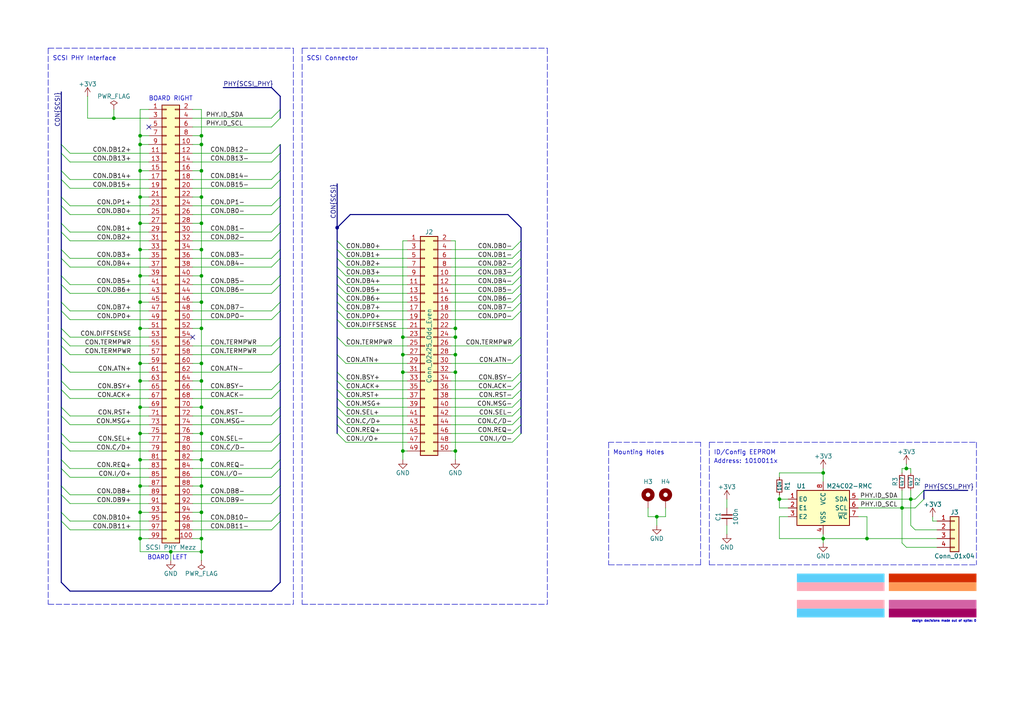
<source format=kicad_sch>
(kicad_sch (version 20250114) (generator "eeschema") (generator_version "9.0")
  (paper "A4")
  (title_block (title "Squishy -  SCSI HVD IDC 50 Connector Module") (date "2024-09-17") (rev "1") (company "Shrine Maiden Heavy Industries") (comment 1 "License:  CERN-OHL-S") (comment 2 "© 2024 Aki 'lethalbit' Van Ness, et. al.") (comment 4 "Squishy - SCSI Multitool"))
  (bus_alias "SCSI" (members "DB0+" "DB0-" "DB1+" "DB1-" "DB2+" "DB2-" "DB3+" "DB3-" "DB4+" "DB4-" "DB5+" "DB5-" "DB6+" "DB6-" "DB7+" "DB7-" "DB8+" "DB8-" "DB9+" "DB9-" "DB10+" "DB10-" "DB11+" "DB11-" "DB12+" "DB12-" "DB13+" "DB13-" "DB14+" "DB14-" "DB15+" "DB15-" "DP0+" "DP0-" "DP1+" "DP1-" "ATN+" "ATN-" "BSY+" "BSY-" "ACK+" "ACK-" "RST+" "RST-" "MSG+" "MSG-" "SEL+" "SEL-" "C/D+" "C/D-" "REQ+" "REQ-" "I/O+" "I/O-" "DIFFSENSE" "TERMPWR"))
  (bus_alias "SCSI_PHY" (members "DB[0..15]" "DP[0..1]" "ATN" "BSY" "ACK" "RST" "MSG" "SEL" "C/D" "REQ" "I/O" "ID_SDA" "ID_SCL" "~{PHY_PRSNT}" "TERMPW_EN" "LS_CTRL[0..5]" "DBL_DIR" "DBH_DIR" "INIT_DIR" "TRGT_DIR" "SEL_DIR" "RST_DIR" "BSY_DIR"))
  (text "Address: 1010011x" (at 207.01 133.858 0) (effects (font (size 1.27 1.27)) (justify left)))
  (text "Mounting Holes\n" (at 177.8 132.08 0) (effects (font (size 1.27 1.27)) (justify left bottom)))
  (text "BOARD RIGHT" (at 49.53 28.702 0) (effects (font (size 1.27 1.27))))
  (text "SCSI Connector" (at 88.9 17.78 0) (effects (font (size 1.27 1.27)) (justify left bottom)))
  (text "BOARD LEFT" (at 48.514 161.798 0) (effects (font (size 1.27 1.27))))
  (text "ID/Config EEPROM" (at 207.01 132.08 0) (effects (font (size 1.27 1.27)) (justify left bottom)))
  (text "SCSI PHY Interface" (at 15.24 17.78 0) (effects (font (size 1.27 1.27)) (justify left bottom)))
  (text "design decisions made out of spite: 0" (at 264.414 180.594 0) (effects (font (size 0.635 0.635)) (justify left bottom)))
  (junction (at 40.64 87.63))
  (junction (at 40.64 41.91))
  (junction (at 226.06 144.78))
  (junction (at 40.64 133.35))
  (junction (at 58.42 80.01))
  (junction (at 132.08 97.79))
  (junction (at 132.08 95.25))
  (junction (at 238.76 137.16))
  (junction (at 58.42 64.77))
  (junction (at 58.42 118.11))
  (junction (at 40.64 110.49))
  (junction (at 40.64 148.59))
  (junction (at 58.42 41.91))
  (junction (at 58.42 133.35))
  (junction (at 132.08 102.87))
  (junction (at 116.84 97.79))
  (junction (at 116.84 102.87))
  (junction (at 40.64 95.25))
  (junction (at 190.5 149.86))
  (junction (at 261.62 147.32))
  (junction (at 58.42 125.73))
  (junction (at 40.64 64.77))
  (junction (at 132.08 107.95))
  (junction (at 58.42 87.63))
  (junction (at 40.64 39.37))
  (junction (at 40.64 156.21))
  (junction (at 58.42 140.97))
  (junction (at 58.42 49.53))
  (junction (at 262.89 135.89))
  (junction (at 58.42 72.39))
  (junction (at 264.16 144.78))
  (junction (at 40.64 140.97))
  (junction (at 40.64 72.39))
  (junction (at 58.42 39.37))
  (junction (at 58.42 110.49))
  (junction (at 40.64 118.11))
  (junction (at 97.79 66.04))
  (junction (at 116.84 130.81))
  (junction (at 40.64 57.15))
  (junction (at 116.84 107.95))
  (junction (at 251.46 156.21))
  (junction (at 58.42 105.41))
  (junction (at 238.76 156.21))
  (junction (at 58.42 57.15))
  (junction (at 58.42 148.59))
  (junction (at 49.53 160.02))
  (junction (at 40.64 80.01))
  (junction (at 40.64 125.73))
  (junction (at 58.42 156.21))
  (junction (at 58.42 160.02))
  (junction (at 33.02 34.29))
  (junction (at 58.42 95.25))
  (junction (at 132.08 130.81))
  (junction (at 40.64 49.53))
  (junction (at 40.64 105.41))
  (no_connect (at 55.88 97.79))
  (no_connect (at 43.18 36.83))
  (bus_entry (at 97.79 77.47) (size 2.54 2.54))
  (bus_entry (at 151.13 97.79) (size -2.54 2.54))
  (bus_entry (at 17.78 44.45) (size 2.54 2.54))
  (bus_entry (at 81.28 82.55) (size -2.54 2.54))
  (bus_entry (at 151.13 90.17) (size -2.54 2.54))
  (bus_entry (at 17.78 135.89) (size 2.54 2.54))
  (bus_entry (at 81.28 80.01) (size -2.54 2.54))
  (bus_entry (at 151.13 115.57) (size -2.54 2.54))
  (bus_entry (at 97.79 80.01) (size 2.54 2.54))
  (bus_entry (at 17.78 74.93) (size 2.54 2.54))
  (bus_entry (at 97.79 74.93) (size 2.54 2.54))
  (bus_entry (at 81.28 100.33) (size -2.54 2.54))
  (bus_entry (at 81.28 64.77) (size -2.54 2.54))
  (bus_entry (at 81.28 135.89) (size -2.54 2.54))
  (bus_entry (at 17.78 95.25) (size 2.54 2.54))
  (bus_entry (at 97.79 82.55) (size 2.54 2.54))
  (bus_entry (at 151.13 107.95) (size -2.54 2.54))
  (bus_entry (at 267.97 144.78) (size -2.54 2.54))
  (bus_entry (at 97.79 115.57) (size 2.54 2.54))
  (bus_entry (at 151.13 118.11) (size -2.54 2.54))
  (bus_entry (at 81.28 97.79) (size -2.54 2.54))
  (bus_entry (at 151.13 102.87) (size -2.54 2.54))
  (bus_entry (at 81.28 128.27) (size -2.54 2.54))
  (bus_entry (at 81.28 118.11) (size -2.54 2.54))
  (bus_entry (at 151.13 123.19) (size -2.54 2.54))
  (bus_entry (at 151.13 74.93) (size -2.54 2.54))
  (bus_entry (at 17.78 125.73) (size 2.54 2.54))
  (bus_entry (at 81.28 110.49) (size -2.54 2.54))
  (bus_entry (at 151.13 110.49) (size -2.54 2.54))
  (bus_entry (at 97.79 72.39) (size 2.54 2.54))
  (bus_entry (at 81.28 143.51) (size -2.54 2.54))
  (bus_entry (at 17.78 140.97) (size 2.54 2.54))
  (bus_entry (at 17.78 49.53) (size 2.54 2.54))
  (bus_entry (at 81.28 125.73) (size -2.54 2.54))
  (bus_entry (at 17.78 118.11) (size 2.54 2.54))
  (bus_entry (at 17.78 64.77) (size 2.54 2.54))
  (bus_entry (at 151.13 85.09) (size -2.54 2.54))
  (bus_entry (at 151.13 77.47) (size -2.54 2.54))
  (bus_entry (at 81.28 52.07) (size -2.54 2.54))
  (bus_entry (at 81.28 74.93) (size -2.54 2.54))
  (bus_entry (at 97.79 113.03) (size 2.54 2.54))
  (bus_entry (at 97.79 87.63) (size 2.54 2.54))
  (bus_entry (at 81.28 90.17) (size -2.54 2.54))
  (bus_entry (at 17.78 87.63) (size 2.54 2.54))
  (bus_entry (at 81.28 87.63) (size -2.54 2.54))
  (bus_entry (at 17.78 82.55) (size 2.54 2.54))
  (bus_entry (at 97.79 123.19) (size 2.54 2.54))
  (bus_entry (at 151.13 80.01) (size -2.54 2.54))
  (bus_entry (at 151.13 113.03) (size -2.54 2.54))
  (bus_entry (at 17.78 148.59) (size 2.54 2.54))
  (bus_entry (at 97.79 97.79) (size 2.54 2.54))
  (bus_entry (at 17.78 57.15) (size 2.54 2.54))
  (bus_entry (at 17.78 59.69) (size 2.54 2.54))
  (bus_entry (at 81.28 44.45) (size -2.54 2.54))
  (bus_entry (at 97.79 69.85) (size 2.54 2.54))
  (bus_entry (at 267.97 142.24) (size -2.54 2.54))
  (bus_entry (at 17.78 90.17) (size 2.54 2.54))
  (bus_entry (at 81.28 59.69) (size -2.54 2.54))
  (bus_entry (at 151.13 69.85) (size -2.54 2.54))
  (bus_entry (at 17.78 113.03) (size 2.54 2.54))
  (bus_entry (at 17.78 105.41) (size 2.54 2.54))
  (bus_entry (at 81.28 113.03) (size -2.54 2.54))
  (bus_entry (at 17.78 52.07) (size 2.54 2.54))
  (bus_entry (at 17.78 110.49) (size 2.54 2.54))
  (bus_entry (at 17.78 72.39) (size 2.54 2.54))
  (bus_entry (at 97.79 118.11) (size 2.54 2.54))
  (bus_entry (at 97.79 102.87) (size 2.54 2.54))
  (bus_entry (at 151.13 87.63) (size -2.54 2.54))
  (bus_entry (at 81.28 120.65) (size -2.54 2.54))
  (bus_entry (at 81.28 34.29) (size -2.54 2.54))
  (bus_entry (at 81.28 57.15) (size -2.54 2.54))
  (bus_entry (at 17.78 80.01) (size 2.54 2.54))
  (bus_entry (at 97.79 125.73) (size 2.54 2.54))
  (bus_entry (at 17.78 41.91) (size 2.54 2.54))
  (bus_entry (at 97.79 110.49) (size 2.54 2.54))
  (bus_entry (at 151.13 82.55) (size -2.54 2.54))
  (bus_entry (at 81.28 41.91) (size -2.54 2.54))
  (bus_entry (at 17.78 151.13) (size 2.54 2.54))
  (bus_entry (at 97.79 90.17) (size 2.54 2.54))
  (bus_entry (at 81.28 31.75) (size -2.54 2.54))
  (bus_entry (at 81.28 151.13) (size -2.54 2.54))
  (bus_entry (at 81.28 72.39) (size -2.54 2.54))
  (bus_entry (at 81.28 148.59) (size -2.54 2.54))
  (bus_entry (at 17.78 97.79) (size 2.54 2.54))
  (bus_entry (at 97.79 85.09) (size 2.54 2.54))
  (bus_entry (at 97.79 92.71) (size 2.54 2.54))
  (bus_entry (at 17.78 100.33) (size 2.54 2.54))
  (bus_entry (at 97.79 107.95) (size 2.54 2.54))
  (bus_entry (at 81.28 49.53) (size -2.54 2.54))
  (bus_entry (at 97.79 120.65) (size 2.54 2.54))
  (bus_entry (at 17.78 120.65) (size 2.54 2.54))
  (bus_entry (at 17.78 67.31) (size 2.54 2.54))
  (bus_entry (at 17.78 128.27) (size 2.54 2.54))
  (bus_entry (at 17.78 133.35) (size 2.54 2.54))
  (bus_entry (at 81.28 105.41) (size -2.54 2.54))
  (bus_entry (at 81.28 67.31) (size -2.54 2.54))
  (bus_entry (at 81.28 140.97) (size -2.54 2.54))
  (bus_entry (at 17.78 143.51) (size 2.54 2.54))
  (bus_entry (at 151.13 120.65) (size -2.54 2.54))
  (bus_entry (at 151.13 125.73) (size -2.54 2.54))
  (bus_entry (at 151.13 72.39) (size -2.54 2.54))
  (bus_entry (at 81.28 133.35) (size -2.54 2.54))
  (wire (pts (xy 100.33 110.49) (xy 118.11 110.49)))
  (wire (pts (xy 148.59 120.65) (xy 130.81 120.65)))
  (wire (pts (xy 20.32 92.71) (xy 43.18 92.71)))
  (wire (pts (xy 20.32 67.31) (xy 43.18 67.31)))
  (wire (pts (xy 20.32 146.05) (xy 43.18 146.05)))
  (wire (pts (xy 55.88 156.21) (xy 58.42 156.21)))
  (wire (pts (xy 20.32 97.79) (xy 43.18 97.79)))
  (wire (pts (xy 55.88 31.75) (xy 58.42 31.75)))
  (bus (pts (xy 151.13 85.09) (xy 151.13 87.63)))
  (bus (pts (xy 97.79 118.11) (xy 97.79 120.65)))
  (wire (pts (xy 78.74 115.57) (xy 55.88 115.57)))
  (bus (pts (xy 151.13 66.04) (xy 151.13 69.85)))
  (wire (pts (xy 78.74 102.87) (xy 55.88 102.87)))
  (wire (pts (xy 132.08 97.79) (xy 132.08 102.87)))
  (wire (pts (xy 55.88 57.15) (xy 58.42 57.15)))
  (bus (pts (xy 81.28 120.65) (xy 81.28 125.73)))
  (wire (pts (xy 20.32 123.19) (xy 43.18 123.19)))
  (wire (pts (xy 58.42 87.63) (xy 58.42 95.25)))
  (bus (pts (xy 81.28 82.55) (xy 81.28 87.63)))
  (wire (pts (xy 78.74 74.93) (xy 55.88 74.93)))
  (bus (pts (xy 151.13 87.63) (xy 151.13 90.17)))
  (wire (pts (xy 100.33 74.93) (xy 118.11 74.93)))
  (polyline (pts (xy 176.53 128.27) (xy 176.53 163.83)) (stroke (width 0) (type dash)))
  (bus (pts (xy 17.78 95.25) (xy 17.78 97.79)))
  (wire (pts (xy 116.84 102.87) (xy 118.11 102.87)))
  (wire (pts (xy 226.06 143.51) (xy 226.06 144.78)))
  (wire (pts (xy 100.33 95.25) (xy 118.11 95.25)))
  (bus (pts (xy 81.28 97.79) (xy 81.28 100.33)))
  (wire (pts (xy 100.33 82.55) (xy 118.11 82.55)))
  (polyline (pts (xy 87.63 175.26) (xy 158.75 175.26)) (stroke (width 0) (type dash)))
  (wire (pts (xy 20.32 62.23) (xy 43.18 62.23)))
  (bus (pts (xy 97.79 107.95) (xy 97.79 110.49)))
  (wire (pts (xy 251.46 149.86) (xy 251.46 156.21)))
  (wire (pts (xy 100.33 118.11) (xy 118.11 118.11)))
  (wire (pts (xy 264.16 142.24) (xy 264.16 144.78)))
  (wire (pts (xy 55.88 110.49) (xy 58.42 110.49)))
  (wire (pts (xy 49.53 160.02) (xy 49.53 162.56)))
  (bus (pts (xy 151.13 97.79) (xy 151.13 102.87)))
  (wire (pts (xy 55.88 41.91) (xy 58.42 41.91)))
  (wire (pts (xy 78.74 113.03) (xy 55.88 113.03)))
  (wire (pts (xy 78.74 153.67) (xy 55.88 153.67)))
  (wire (pts (xy 78.74 62.23) (xy 55.88 62.23)))
  (wire (pts (xy 58.42 160.02) (xy 58.42 162.56)))
  (wire (pts (xy 132.08 107.95) (xy 132.08 130.81)))
  (wire (pts (xy 130.81 102.87) (xy 132.08 102.87)))
  (wire (pts (xy 148.59 77.47) (xy 130.81 77.47)))
  (wire (pts (xy 116.84 69.85) (xy 116.84 97.79)))
  (wire (pts (xy 25.4 27.94) (xy 25.4 34.29)))
  (wire (pts (xy 116.84 130.81) (xy 118.11 130.81)))
  (wire (pts (xy 43.18 57.15) (xy 40.64 57.15)))
  (bus (pts (xy 97.79 82.55) (xy 97.79 85.09)))
  (bus (pts (xy 81.28 100.33) (xy 81.28 105.41)))
  (bus (pts (xy 20.32 171.45) (xy 78.74 171.45)))
  (bus (pts (xy 151.13 102.87) (xy 151.13 107.95)))
  (bus (pts (xy 17.78 133.35) (xy 17.78 135.89)))
  (wire (pts (xy 33.02 34.29) (xy 43.18 34.29)))
  (bus (pts (xy 81.28 118.11) (xy 81.28 120.65)))
  (wire (pts (xy 40.64 64.77) (xy 40.64 72.39)))
  (wire (pts (xy 270.51 151.13) (xy 271.78 151.13)))
  (wire (pts (xy 270.51 149.86) (xy 270.51 151.13)))
  (wire (pts (xy 20.32 69.85) (xy 43.18 69.85)))
  (wire (pts (xy 132.08 130.81) (xy 132.08 133.35)))
  (wire (pts (xy 58.42 41.91) (xy 58.42 49.53)))
  (wire (pts (xy 148.59 74.93) (xy 130.81 74.93)))
  (polyline (pts (xy 87.63 13.97) (xy 158.75 13.97)) (stroke (width 0) (type dash)))
  (wire (pts (xy 78.74 67.31) (xy 55.88 67.31)))
  (bus (pts (xy 17.78 120.65) (xy 17.78 125.73)))
  (bus (pts (xy 151.13 77.47) (xy 151.13 80.01)))
  (bus (pts (xy 81.28 128.27) (xy 81.28 133.35)))
  (wire (pts (xy 40.64 49.53) (xy 40.64 57.15)))
  (bus (pts (xy 81.28 64.77) (xy 81.28 67.31)))
  (wire (pts (xy 265.43 153.67) (xy 264.16 152.4)))
  (wire (pts (xy 100.33 115.57) (xy 118.11 115.57)))
  (bus (pts (xy 151.13 74.93) (xy 151.13 77.47)))
  (wire (pts (xy 40.64 160.02) (xy 49.53 160.02)))
  (wire (pts (xy 20.32 77.47) (xy 43.18 77.47)))
  (bus (pts (xy 151.13 82.55) (xy 151.13 85.09)))
  (wire (pts (xy 40.64 72.39) (xy 40.64 80.01)))
  (bus (pts (xy 97.79 110.49) (xy 97.79 113.03)))
  (bus (pts (xy 81.28 59.69) (xy 81.28 64.77)))
  (bus (pts (xy 81.28 49.53) (xy 81.28 52.07)))
  (wire (pts (xy 25.4 34.29) (xy 33.02 34.29)))
  (wire (pts (xy 58.42 80.01) (xy 58.42 87.63)))
  (wire (pts (xy 43.18 95.25) (xy 40.64 95.25)))
  (wire (pts (xy 148.59 100.33) (xy 130.81 100.33)))
  (bus (pts (xy 17.78 105.41) (xy 17.78 110.49)))
  (bus (pts (xy 81.28 27.94) (xy 81.28 31.75)))
  (wire (pts (xy 226.06 149.86) (xy 226.06 156.21)))
  (wire (pts (xy 78.74 77.47) (xy 55.88 77.47)))
  (wire (pts (xy 100.33 123.19) (xy 118.11 123.19)))
  (wire (pts (xy 78.74 85.09) (xy 55.88 85.09)))
  (wire (pts (xy 40.64 41.91) (xy 40.64 49.53)))
  (wire (pts (xy 132.08 102.87) (xy 132.08 107.95)))
  (bus (pts (xy 17.78 118.11) (xy 17.78 120.65)))
  (wire (pts (xy 78.74 90.17) (xy 55.88 90.17)))
  (wire (pts (xy 33.02 31.75) (xy 33.02 34.29)))
  (wire (pts (xy 100.33 120.65) (xy 118.11 120.65)))
  (bus (pts (xy 17.78 110.49) (xy 17.78 113.03)))
  (wire (pts (xy 262.89 135.89) (xy 264.16 135.89)))
  (wire (pts (xy 55.88 87.63) (xy 58.42 87.63)))
  (wire (pts (xy 55.88 125.73) (xy 58.42 125.73)))
  (wire (pts (xy 100.33 77.47) (xy 118.11 77.47)))
  (bus (pts (xy 81.28 31.75) (xy 81.28 34.29)))
  (wire (pts (xy 187.96 147.32) (xy 187.96 149.86)))
  (wire (pts (xy 226.06 144.78) (xy 228.6 144.78)))
  (wire (pts (xy 55.88 72.39) (xy 58.42 72.39)))
  (polyline (pts (xy 87.63 13.97) (xy 87.63 175.26)) (stroke (width 0) (type dash)))
  (bus (pts (xy 267.97 142.24) (xy 280.67 142.24)))
  (wire (pts (xy 262.89 134.62) (xy 262.89 135.89)))
  (wire (pts (xy 58.42 49.53) (xy 58.42 57.15)))
  (wire (pts (xy 251.46 156.21) (xy 271.78 156.21)))
  (wire (pts (xy 43.18 64.77) (xy 40.64 64.77)))
  (bus (pts (xy 17.78 135.89) (xy 17.78 140.97)))
  (wire (pts (xy 271.78 153.67) (xy 265.43 153.67)))
  (wire (pts (xy 78.74 120.65) (xy 55.88 120.65)))
  (wire (pts (xy 58.42 95.25) (xy 58.42 105.41)))
  (polyline (pts (xy 13.97 13.97) (xy 13.97 175.26)) (stroke (width 0) (type dash)))
  (wire (pts (xy 43.18 110.49) (xy 40.64 110.49)))
  (wire (pts (xy 148.59 110.49) (xy 130.81 110.49)))
  (wire (pts (xy 78.74 128.27) (xy 55.88 128.27)))
  (bus (pts (xy 101.6 62.23) (xy 147.32 62.23)))
  (bus (pts (xy 81.28 80.01) (xy 81.28 82.55)))
  (wire (pts (xy 58.42 156.21) (xy 58.42 160.02)))
  (bus (pts (xy 151.13 123.19) (xy 151.13 125.73)))
  (wire (pts (xy 116.84 102.87) (xy 116.84 107.95)))
  (polyline (pts (xy 85.09 13.97) (xy 85.09 175.26)) (stroke (width 0) (type dash)))
  (bus (pts (xy 17.78 49.53) (xy 17.78 52.07)))
  (wire (pts (xy 55.88 118.11) (xy 58.42 118.11)))
  (wire (pts (xy 78.74 46.99) (xy 55.88 46.99)))
  (wire (pts (xy 40.64 110.49) (xy 40.64 118.11)))
  (wire (pts (xy 148.59 90.17) (xy 130.81 90.17)))
  (wire (pts (xy 20.32 128.27) (xy 43.18 128.27)))
  (wire (pts (xy 55.88 36.83) (xy 78.74 36.83)))
  (wire (pts (xy 148.59 113.03) (xy 130.81 113.03)))
  (wire (pts (xy 20.32 113.03) (xy 43.18 113.03)))
  (wire (pts (xy 55.88 105.41) (xy 58.42 105.41)))
  (wire (pts (xy 55.88 39.37) (xy 58.42 39.37)))
  (bus (pts (xy 97.79 113.03) (xy 97.79 115.57)))
  (wire (pts (xy 40.64 133.35) (xy 40.64 140.97)))
  (wire (pts (xy 55.88 80.01) (xy 58.42 80.01)))
  (wire (pts (xy 20.32 85.09) (xy 43.18 85.09)))
  (bus (pts (xy 97.79 123.19) (xy 97.79 125.73)))
  (wire (pts (xy 261.62 147.32) (xy 265.43 147.32)))
  (wire (pts (xy 58.42 140.97) (xy 58.42 148.59)))
  (wire (pts (xy 43.18 72.39) (xy 40.64 72.39)))
  (wire (pts (xy 40.64 31.75) (xy 40.64 39.37)))
  (bus (pts (xy 81.28 67.31) (xy 81.28 72.39)))
  (polyline (pts (xy 203.2 163.83) (xy 203.2 128.27)) (stroke (width 0) (type dash)))
  (wire (pts (xy 43.18 125.73) (xy 40.64 125.73)))
  (wire (pts (xy 130.81 97.79) (xy 132.08 97.79)))
  (wire (pts (xy 116.84 97.79) (xy 116.84 102.87)))
  (wire (pts (xy 100.33 128.27) (xy 118.11 128.27)))
  (wire (pts (xy 55.88 133.35) (xy 58.42 133.35)))
  (bus (pts (xy 17.78 140.97) (xy 17.78 143.51)))
  (bus (pts (xy 151.13 115.57) (xy 151.13 118.11)))
  (bus (pts (xy 97.79 87.63) (xy 97.79 90.17)))
  (bus (pts (xy 17.78 148.59) (xy 17.78 151.13)))
  (wire (pts (xy 148.59 105.41) (xy 130.81 105.41)))
  (bus (pts (xy 81.28 135.89) (xy 81.28 140.97)))
  (wire (pts (xy 20.32 120.65) (xy 43.18 120.65)))
  (wire (pts (xy 55.88 148.59) (xy 58.42 148.59)))
  (wire (pts (xy 210.82 152.4) (xy 210.82 154.94)))
  (polyline (pts (xy 205.74 163.83) (xy 283.21 163.83)) (stroke (width 0) (type dash)))
  (polyline (pts (xy 13.97 175.26) (xy 85.09 175.26)) (stroke (width 0) (type dash)))
  (bus (pts (xy 97.79 97.79) (xy 97.79 102.87)))
  (bus (pts (xy 17.78 168.91) (xy 20.32 171.45)))
  (polyline (pts (xy 176.53 163.83) (xy 203.2 163.83)) (stroke (width 0) (type dash)))
  (polyline (pts (xy 13.97 13.97) (xy 85.09 13.97)) (stroke (width 0) (type dash)))
  (wire (pts (xy 20.32 153.67) (xy 43.18 153.67)))
  (wire (pts (xy 148.59 128.27) (xy 130.81 128.27)))
  (bus (pts (xy 17.78 64.77) (xy 17.78 67.31)))
  (wire (pts (xy 100.33 100.33) (xy 118.11 100.33)))
  (polyline (pts (xy 205.74 128.27) (xy 283.21 128.27)) (stroke (width 0) (type dash)))
  (wire (pts (xy 43.18 80.01) (xy 40.64 80.01)))
  (wire (pts (xy 20.32 135.89) (xy 43.18 135.89)))
  (wire (pts (xy 226.06 156.21) (xy 238.76 156.21)))
  (wire (pts (xy 78.74 138.43) (xy 55.88 138.43)))
  (bus (pts (xy 17.78 100.33) (xy 17.78 105.41)))
  (wire (pts (xy 148.59 123.19) (xy 130.81 123.19)))
  (bus (pts (xy 17.78 72.39) (xy 17.78 74.93)))
  (wire (pts (xy 271.78 158.75) (xy 262.89 158.75)))
  (bus (pts (xy 97.79 77.47) (xy 97.79 80.01)))
  (bus (pts (xy 97.79 69.85) (xy 97.79 72.39)))
  (wire (pts (xy 261.62 135.89) (xy 261.62 137.16)))
  (wire (pts (xy 20.32 100.33) (xy 43.18 100.33)))
  (bus (pts (xy 81.28 72.39) (xy 81.28 74.93)))
  (polyline (pts (xy 158.75 13.97) (xy 158.75 175.26)) (stroke (width 0) (type dash)))
  (wire (pts (xy 148.59 80.01) (xy 130.81 80.01)))
  (bus (pts (xy 17.78 82.55) (xy 17.78 87.63)))
  (bus (pts (xy 17.78 44.45) (xy 17.78 49.53)))
  (bus (pts (xy 17.78 90.17) (xy 17.78 95.25)))
  (bus (pts (xy 17.78 52.07) (xy 17.78 57.15)))
  (bus (pts (xy 267.97 144.78) (xy 267.97 142.24)))
  (bus (pts (xy 81.28 87.63) (xy 81.28 90.17)))
  (wire (pts (xy 55.88 34.29) (xy 78.74 34.29)))
  (bus (pts (xy 17.78 97.79) (xy 17.78 100.33)))
  (wire (pts (xy 40.64 80.01) (xy 40.64 87.63)))
  (bus (pts (xy 81.28 41.91) (xy 81.28 44.45)))
  (wire (pts (xy 100.33 72.39) (xy 118.11 72.39)))
  (bus (pts (xy 17.78 87.63) (xy 17.78 90.17)))
  (bus (pts (xy 78.74 171.45) (xy 81.28 168.91)))
  (bus (pts (xy 97.79 85.09) (xy 97.79 87.63)))
  (bus (pts (xy 81.28 57.15) (xy 81.28 59.69)))
  (wire (pts (xy 148.59 125.73) (xy 130.81 125.73)))
  (wire (pts (xy 130.81 95.25) (xy 132.08 95.25)))
  (bus (pts (xy 17.78 113.03) (xy 17.78 118.11)))
  (wire (pts (xy 78.74 92.71) (xy 55.88 92.71)))
  (wire (pts (xy 58.42 57.15) (xy 58.42 64.77)))
  (bus (pts (xy 151.13 90.17) (xy 151.13 97.79)))
  (wire (pts (xy 55.88 140.97) (xy 58.42 140.97)))
  (wire (pts (xy 116.84 107.95) (xy 116.84 130.81)))
  (bus (pts (xy 97.79 92.71) (xy 97.79 97.79)))
  (bus (pts (xy 78.74 25.4) (xy 81.28 27.94)))
  (wire (pts (xy 58.42 31.75) (xy 58.42 39.37)))
  (bus (pts (xy 81.28 90.17) (xy 81.28 97.79)))
  (wire (pts (xy 148.59 72.39) (xy 130.81 72.39)))
  (wire (pts (xy 148.59 82.55) (xy 130.81 82.55)))
  (wire (pts (xy 20.32 138.43) (xy 43.18 138.43)))
  (wire (pts (xy 100.33 87.63) (xy 118.11 87.63)))
  (wire (pts (xy 100.33 90.17) (xy 118.11 90.17)))
  (wire (pts (xy 20.32 82.55) (xy 43.18 82.55)))
  (wire (pts (xy 58.42 118.11) (xy 58.42 125.73)))
  (wire (pts (xy 40.64 118.11) (xy 40.64 125.73)))
  (wire (pts (xy 40.64 156.21) (xy 40.64 160.02)))
  (wire (pts (xy 238.76 154.94) (xy 238.76 156.21)))
  (wire (pts (xy 20.32 115.57) (xy 43.18 115.57)))
  (wire (pts (xy 55.88 95.25) (xy 58.42 95.25)))
  (bus (pts (xy 17.78 41.91) (xy 17.78 44.45)))
  (wire (pts (xy 264.16 144.78) (xy 264.16 152.4)))
  (bus (pts (xy 151.13 69.85) (xy 151.13 72.39)))
  (wire (pts (xy 130.81 69.85) (xy 132.08 69.85)))
  (wire (pts (xy 78.74 59.69) (xy 55.88 59.69)))
  (wire (pts (xy 264.16 135.89) (xy 264.16 137.16)))
  (wire (pts (xy 78.74 146.05) (xy 55.88 146.05)))
  (wire (pts (xy 148.59 115.57) (xy 130.81 115.57)))
  (wire (pts (xy 78.74 130.81) (xy 55.88 130.81)))
  (wire (pts (xy 78.74 151.13) (xy 55.88 151.13)))
  (bus (pts (xy 81.28 125.73) (xy 81.28 128.27)))
  (wire (pts (xy 40.64 148.59) (xy 40.64 156.21)))
  (wire (pts (xy 193.04 147.32) (xy 193.04 149.86)))
  (wire (pts (xy 58.42 148.59) (xy 58.42 156.21)))
  (wire (pts (xy 148.59 118.11) (xy 130.81 118.11)))
  (wire (pts (xy 226.06 137.16) (xy 226.06 138.43)))
  (wire (pts (xy 43.18 87.63) (xy 40.64 87.63)))
  (wire (pts (xy 238.76 135.89) (xy 238.76 137.16)))
  (wire (pts (xy 40.64 140.97) (xy 40.64 148.59)))
  (wire (pts (xy 78.74 69.85) (xy 55.88 69.85)))
  (wire (pts (xy 130.81 107.95) (xy 132.08 107.95)))
  (wire (pts (xy 20.32 54.61) (xy 43.18 54.61)))
  (bus (pts (xy 81.28 110.49) (xy 81.28 113.03)))
  (wire (pts (xy 190.5 149.86) (xy 193.04 149.86)))
  (wire (pts (xy 58.42 39.37) (xy 58.42 41.91)))
  (wire (pts (xy 248.92 147.32) (xy 261.62 147.32)))
  (wire (pts (xy 78.74 123.19) (xy 55.88 123.19)))
  (bus (pts (xy 81.28 151.13) (xy 81.28 168.91)))
  (wire (pts (xy 20.32 90.17) (xy 43.18 90.17)))
  (wire (pts (xy 20.32 74.93) (xy 43.18 74.93)))
  (bus (pts (xy 151.13 113.03) (xy 151.13 115.57)))
  (wire (pts (xy 43.18 31.75) (xy 40.64 31.75)))
  (bus (pts (xy 97.79 102.87) (xy 97.79 107.95)))
  (wire (pts (xy 261.62 142.24) (xy 261.62 147.32)))
  (wire (pts (xy 58.42 72.39) (xy 58.42 80.01)))
  (wire (pts (xy 40.64 105.41) (xy 43.18 105.41)))
  (wire (pts (xy 100.33 113.03) (xy 118.11 113.03)))
  (wire (pts (xy 78.74 143.51) (xy 55.88 143.51)))
  (wire (pts (xy 190.5 149.86) (xy 190.5 152.4)))
  (wire (pts (xy 40.64 125.73) (xy 40.64 133.35)))
  (wire (pts (xy 40.64 156.21) (xy 43.18 156.21)))
  (bus (pts (xy 17.78 125.73) (xy 17.78 128.27)))
  (bus (pts (xy 81.28 44.45) (xy 81.28 49.53)))
  (wire (pts (xy 226.06 147.32) (xy 228.6 147.32)))
  (bus (pts (xy 17.78 57.15) (xy 17.78 59.69)))
  (wire (pts (xy 43.18 118.11) (xy 40.64 118.11)))
  (wire (pts (xy 262.89 158.75) (xy 261.62 157.48)))
  (bus (pts (xy 151.13 120.65) (xy 151.13 123.19)))
  (wire (pts (xy 261.62 135.89) (xy 262.89 135.89)))
  (bus (pts (xy 81.28 133.35) (xy 81.28 135.89)))
  (wire (pts (xy 78.74 44.45) (xy 55.88 44.45)))
  (wire (pts (xy 20.32 102.87) (xy 43.18 102.87)))
  (wire (pts (xy 148.59 87.63) (xy 130.81 87.63)))
  (wire (pts (xy 226.06 149.86) (xy 228.6 149.86)))
  (wire (pts (xy 78.74 100.33) (xy 55.88 100.33)))
  (bus (pts (xy 97.79 66.04) (xy 101.6 62.23)))
  (wire (pts (xy 132.08 69.85) (xy 132.08 95.25)))
  (bus (pts (xy 17.78 26.67) (xy 17.78 41.91)))
  (bus (pts (xy 97.79 115.57) (xy 97.79 118.11)))
  (wire (pts (xy 100.33 125.73) (xy 118.11 125.73)))
  (wire (pts (xy 20.32 46.99) (xy 43.18 46.99)))
  (wire (pts (xy 43.18 41.91) (xy 40.64 41.91)))
  (wire (pts (xy 132.08 95.25) (xy 132.08 97.79)))
  (wire (pts (xy 148.59 92.71) (xy 130.81 92.71)))
  (bus (pts (xy 151.13 107.95) (xy 151.13 110.49)))
  (bus (pts (xy 17.78 67.31) (xy 17.78 72.39)))
  (wire (pts (xy 20.32 143.51) (xy 43.18 143.51)))
  (wire (pts (xy 238.76 156.21) (xy 251.46 156.21)))
  (wire (pts (xy 58.42 133.35) (xy 58.42 140.97)))
  (wire (pts (xy 238.76 156.21) (xy 238.76 157.48)))
  (wire (pts (xy 40.64 148.59) (xy 43.18 148.59)))
  (bus (pts (xy 147.32 62.23) (xy 151.13 66.04)))
  (bus (pts (xy 97.79 72.39) (xy 97.79 74.93)))
  (bus (pts (xy 17.78 74.93) (xy 17.78 80.01)))
  (bus (pts (xy 81.28 148.59) (xy 81.28 151.13)))
  (wire (pts (xy 116.84 97.79) (xy 118.11 97.79)))
  (bus (pts (xy 17.78 151.13) (xy 17.78 168.91)))
  (wire (pts (xy 226.06 137.16) (xy 238.76 137.16)))
  (wire (pts (xy 116.84 69.85) (xy 118.11 69.85)))
  (bus (pts (xy 81.28 52.07) (xy 81.28 57.15)))
  (wire (pts (xy 40.64 105.41) (xy 40.64 110.49)))
  (polyline (pts (xy 205.74 128.27) (xy 205.74 163.83)) (stroke (width 0) (type dash)))
  (wire (pts (xy 20.32 44.45) (xy 43.18 44.45)))
  (wire (pts (xy 40.64 39.37) (xy 40.64 41.91)))
  (wire (pts (xy 58.42 110.49) (xy 58.42 118.11)))
  (wire (pts (xy 261.62 147.32) (xy 261.62 157.48)))
  (bus (pts (xy 17.78 80.01) (xy 17.78 82.55)))
  (bus (pts (xy 97.79 53.34) (xy 97.79 66.04)))
  (bus (pts (xy 151.13 72.39) (xy 151.13 74.93)))
  (wire (pts (xy 264.16 144.78) (xy 265.43 144.78)))
  (polyline (pts (xy 283.21 128.27) (xy 283.21 163.83)) (stroke (width 0) (type dash)))
  (wire (pts (xy 58.42 64.77) (xy 58.42 72.39)))
  (bus (pts (xy 97.79 90.17) (xy 97.79 92.71)))
  (wire (pts (xy 55.88 49.53) (xy 58.42 49.53)))
  (wire (pts (xy 40.64 95.25) (xy 40.64 105.41)))
  (wire (pts (xy 248.92 144.78) (xy 264.16 144.78)))
  (wire (pts (xy 43.18 49.53) (xy 40.64 49.53)))
  (wire (pts (xy 40.64 39.37) (xy 43.18 39.37)))
  (wire (pts (xy 78.74 107.95) (xy 55.88 107.95)))
  (wire (pts (xy 187.96 149.86) (xy 190.5 149.86)))
  (bus (pts (xy 97.79 80.01) (xy 97.79 82.55)))
  (wire (pts (xy 226.06 144.78) (xy 226.06 147.32)))
  (wire (pts (xy 78.74 54.61) (xy 55.88 54.61)))
  (bus (pts (xy 97.79 120.65) (xy 97.79 123.19)))
  (bus (pts (xy 81.28 74.93) (xy 81.28 80.01)))
  (wire (pts (xy 20.32 59.69) (xy 43.18 59.69)))
  (bus (pts (xy 151.13 118.11) (xy 151.13 120.65)))
  (bus (pts (xy 81.28 140.97) (xy 81.28 143.51)))
  (bus (pts (xy 151.13 110.49) (xy 151.13 113.03)))
  (bus (pts (xy 81.28 143.51) (xy 81.28 148.59)))
  (wire (pts (xy 43.18 133.35) (xy 40.64 133.35)))
  (wire (pts (xy 130.81 130.81) (xy 132.08 130.81)))
  (wire (pts (xy 20.32 107.95) (xy 43.18 107.95)))
  (wire (pts (xy 20.32 52.07) (xy 43.18 52.07)))
  (wire (pts (xy 20.32 151.13) (xy 43.18 151.13)))
  (bus (pts (xy 64.77 25.4) (xy 78.74 25.4)))
  (wire (pts (xy 40.64 87.63) (xy 40.64 95.25)))
  (wire (pts (xy 248.92 149.86) (xy 251.46 149.86)))
  (wire (pts (xy 78.74 82.55) (xy 55.88 82.55)))
  (bus (pts (xy 151.13 80.01) (xy 151.13 82.55)))
  (wire (pts (xy 20.32 130.81) (xy 43.18 130.81)))
  (wire (pts (xy 43.18 140.97) (xy 40.64 140.97)))
  (wire (pts (xy 116.84 130.81) (xy 116.84 133.35)))
  (wire (pts (xy 100.33 92.71) (xy 118.11 92.71)))
  (bus (pts (xy 97.79 66.04) (xy 97.79 69.85)))
  (wire (pts (xy 100.33 85.09) (xy 118.11 85.09)))
  (bus (pts (xy 17.78 143.51) (xy 17.78 148.59)))
  (wire (pts (xy 100.33 80.01) (xy 118.11 80.01)))
  (wire (pts (xy 148.59 85.09) (xy 130.81 85.09)))
  (wire (pts (xy 40.64 57.15) (xy 40.64 64.77)))
  (wire (pts (xy 210.82 147.32) (xy 210.82 144.78)))
  (wire (pts (xy 78.74 135.89) (xy 55.88 135.89)))
  (bus (pts (xy 81.28 113.03) (xy 81.28 118.11)))
  (wire (pts (xy 58.42 125.73) (xy 58.42 133.35)))
  (wire (pts (xy 49.53 160.02) (xy 58.42 160.02)))
  (bus (pts (xy 17.78 128.27) (xy 17.78 133.35)))
  (wire (pts (xy 116.84 107.95) (xy 118.11 107.95)))
  (wire (pts (xy 55.88 64.77) (xy 58.42 64.77)))
  (wire (pts (xy 238.76 137.16) (xy 238.76 139.7)))
  (wire (pts (xy 78.74 52.07) (xy 55.88 52.07)))
  (bus (pts (xy 97.79 74.93) (xy 97.79 77.47)))
  (wire (pts (xy 100.33 105.41) (xy 118.11 105.41)))
  (polyline (pts (xy 203.2 128.27) (xy 176.53 128.27)) (stroke (width 0) (type dash)))
  (bus (pts (xy 81.28 105.41) (xy 81.28 110.49)))
  (wire (pts (xy 58.42 105.41) (xy 58.42 110.49)))
  (bus (pts (xy 17.78 59.69) (xy 17.78 64.77)))
  (label "CON.DP1-" (at 60.96 59.69 0))
  (label "CON.DB9-" (at 60.96 146.05 0))
  (label "CON.DB13-" (at 60.96 46.99 0))
  (label "CON.DB0+" (at 38.1 62.23 180))
  (label "CON.ATN-" (at 148.59 105.41 180))
  (label "CON.DB11-" (at 60.96 153.67 0))
  (label "CON.DIFFSENSE" (at 38.1 97.79 180))
  (label "CON.DB15+" (at 38.1 54.61 180))
  (label "CON.DB2+" (at 100.33 77.47 0))
  (label "CON.TERMPWR" (at 148.59 100.33 180))
  (label "CON.DB1+" (at 100.33 74.93 0))
  (label "CON.I{slash}O-" (at 148.59 128.27 180))
  (label "CON.MSG+" (at 100.33 118.11 0))
  (label "CON.DB11+" (at 38.1 153.67 180))
  (label "CON.SEL-" (at 60.96 128.27 0))
  (label "CON.DB10-" (at 60.96 151.13 0))
  (label "CON.I{slash}O-" (at 60.96 138.43 0))
  (label "CON.DB5-" (at 148.59 85.09 180))
  (label "CON.DB3-" (at 60.96 74.93 0))
  (label "CON.REQ+" (at 38.1 135.89 180))
  (label "CON.ATN+" (at 38.1 107.95 180))
  (label "PHY{SCSI_PHY}" (at 64.77 25.4 0))
  (label "CON.BSY-" (at 60.96 113.03 0))
  (label "CON.BSY+" (at 38.1 113.03 180))
  (label "CON.ACK-" (at 60.96 115.57 0))
  (label "CON.DB14-" (at 60.96 52.07 0))
  (label "CON.DP0-" (at 148.59 92.71 180))
  (label "CON.RST+" (at 100.33 115.57 0))
  (label "CON.DB4-" (at 60.96 77.47 0))
  (label "CON.DB7-" (at 148.59 90.17 180))
  (label "CON.REQ-" (at 60.96 135.89 0))
  (label "CON.DB10+" (at 38.1 151.13 180))
  (label "CON.DIFFSENSE" (at 100.33 95.25 0))
  (label "CON.ATN-" (at 60.96 107.95 0))
  (label "CON.REQ-" (at 148.59 125.73 180))
  (label "PHY{SCSI_PHY}" (at 267.97 142.24 0))
  (label "CON.DB2-" (at 60.96 69.85 0))
  (label "CON.DP0-" (at 60.96 92.71 0))
  (label "CON.DB6+" (at 100.33 87.63 0))
  (label "CON.MSG-" (at 60.96 123.19 0))
  (label "CON.DB0-" (at 148.59 72.39 180))
  (label "CON.DB12+" (at 38.1 44.45 180))
  (label "CON.DB5+" (at 38.1 82.55 180))
  (label "CON.DB15-" (at 60.96 54.61 0))
  (label "CON.C{slash}D-" (at 148.59 123.19 180))
  (label "CON.BSY-" (at 148.59 110.49 180))
  (label "CON.DB7+" (at 100.33 90.17 0))
  (label "CON.DB8-" (at 60.96 143.51 0))
  (label "PHY.ID_SDA" (at 59.69 34.29 0))
  (label "CON.MSG-" (at 148.59 118.11 180))
  (label "CON.DB13+" (at 38.1 46.99 180))
  (label "CON.RST-" (at 60.96 120.65 0))
  (label "CON.DB2-" (at 148.59 77.47 180))
  (label "CON.SEL-" (at 148.59 120.65 180))
  (label "CON.DB3+" (at 38.1 74.93 180))
  (label "CON.DB4+" (at 38.1 77.47 180))
  (label "CON.MSG+" (at 38.1 123.19 180))
  (label "CON.DB12-" (at 60.96 44.45 0))
  (label "CON.DP1+" (at 38.1 59.69 180))
  (label "CON.ACK+" (at 38.1 115.57 180))
  (label "CON.DB8+" (at 38.1 143.51 180))
  (label "CON{SCSI}" (at 97.79 53.34 270))
  (label "CON.DB6-" (at 148.59 87.63 180))
  (label "CON.C{slash}D+" (at 38.1 130.81 180))
  (label "CON.RST-" (at 148.59 115.57 180))
  (label "CON.C{slash}D+" (at 100.33 123.19 0))
  (label "CON.DB3+" (at 100.33 80.01 0))
  (label "CON.TERMPWR" (at 38.1 100.33 180))
  (label "CON.C{slash}D-" (at 60.96 130.81 0))
  (label "CON.DB6-" (at 60.96 85.09 0))
  (label "PHY.ID_SCL" (at 59.69 36.83 0))
  (label "CON.TERMPWR" (at 100.33 100.33 0))
  (label "CON.DP0+" (at 100.33 92.71 0))
  (label "CON.ATN+" (at 100.33 105.41 0))
  (label "CON.DB1-" (at 148.59 74.93 180))
  (label "CON.SEL+" (at 100.33 120.65 0))
  (label "CON.DB5-" (at 60.96 82.55 0))
  (label "CON.DP0+" (at 38.1 92.71 180))
  (label "CON{SCSI}" (at 17.78 26.67 270))
  (label "CON.DB0-" (at 60.96 62.23 0))
  (label "CON.ACK+" (at 100.33 113.03 0))
  (label "CON.TERMPWR" (at 60.96 102.87 0))
  (label "CON.DB14+" (at 38.1 52.07 180))
  (label "CON.I{slash}O+" (at 38.1 138.43 180))
  (label "CON.DB7+" (at 38.1 90.17 180))
  (label "CON.DB2+" (at 38.1 69.85 180))
  (label "CON.DB4+" (at 100.33 82.55 0))
  (label "CON.ACK-" (at 148.59 113.03 180))
  (label "CON.DB4-" (at 148.59 82.55 180))
  (label "CON.DB1-" (at 60.96 67.31 0))
  (label "CON.DB5+" (at 100.33 85.09 0))
  (label "CON.TERMPWR" (at 38.1 102.87 180))
  (label "CON.RST+" (at 38.1 120.65 180))
  (label "CON.REQ+" (at 100.33 125.73 0))
  (label "CON.DB1+" (at 38.1 67.31 180))
  (label "CON.DB7-" (at 60.96 90.17 0))
  (label "CON.DB3-" (at 148.59 80.01 180))
  (label "PHY.ID_SCL" (at 260.35 147.32 180))
  (label "CON.DB9+" (at 38.1 146.05 180))
  (label "CON.BSY+" (at 100.33 110.49 0))
  (label "CON.I{slash}O+" (at 100.33 128.27 0))
  (label "CON.DB6+" (at 38.1 85.09 180))
  (label "PHY.ID_SDA" (at 260.35 144.78 180))
  (label "CON.TERMPWR" (at 60.96 100.33 0))
  (label "CON.SEL+" (at 38.1 128.27 180))
  (label "CON.DB0+" (at 100.33 72.39 0))
  (symbol (lib_id "Connector_Generic:Conn_02x25_Odd_Even") (at 123.19 100.33 0) (unit 1)
    (property "Reference" "J2" (at 124.46 67.31 0))
    (property "Value" "Conn_02x25_Odd_Even" (at 124.46 100.33 90))
    (property "Footprint" "Connector_IDC:IDC-Header_2x25_P2.54mm_Horizontal" (effects (hide yes)))
    (property "Description" "Generic connector, double row, 02x25, odd/even pin numbering scheme (row 1 odd numbers, row 2 even numbers), script generated (kicad-library-utils/schlib/autogen/connector/)" (effects (hide yes)))
  )
  (symbol (lib_id "Device:R_Small") (at 261.62 139.7 0) (unit 1)
    (property "Reference" "R3" (at 260.35 139.7 90) (effects (justify bottom)))
    (property "Value" "4k7" (at 261.62 139.7 90) (effects (font (size 1 1))))
    (property "Footprint" "rhais_rcl:R0603" (effects (hide yes)))
    (property "Datasheet" "https://www.vishay.com/docs/20035/dcrcwe3.pdf" (effects (hide yes)))
    (property "MFR" "Vishay Dale" (effects (hide yes)))
    (property "MPN" "CRCW06034K70FKEA" (effects (hide yes)))
    (property "Tolerance" "±1% 1/10W" (effects (hide yes)))
    (property "SUPPLIER" "DigiKey" (effects (hide yes)))
    (property "SUPPLIER_OC" "541-4.70KHDKR-ND" (effects (hide yes)))
    (property "SUPPLIER_URL" "https://www.digikey.com/short/f3fq37nd" (effects (hide yes)))
  )
  (symbol (lib_id "power:GND") (at 49.53 162.56 0) (mirror y) (unit 1)
    (property "Reference" "#PWR02" (effects (hide yes)))
    (property "Value" "GND" (at 49.53 166.37 0))
    (property "Description" "Power symbol creates a global label with name \"GND\" , ground" (effects (hide yes)))
  )
  (symbol (lib_id "Device:C_Small") (at 210.82 149.86 180) (unit 1)
    (property "Reference" "C1" (at 208.28 149.86 90))
    (property "Value" "100n" (at 213.36 149.86 90))
    (property "Footprint" "rhais_rcl:C0603" (effects (hide yes)))
    (property "Datasheet" "https://content.kemet.com/datasheets/KEM_C1006_X5R_SMD.pdf" (effects (hide yes)))
    (property "MFR" "KEMET" (effects (hide yes)))
    (property "MPN" "C0603C104M5RACTU" (effects (hide yes)))
    (property "Tolerance" "±20% 50V" (effects (hide yes)))
    (property "SUPPLIER" "DigiKey" (effects (hide yes)))
    (property "SUPPLIER_OC" "399-C0603C104M5RAC7867DKR-ND" (effects (hide yes)))
    (property "SUPPLIER_URL" "https://www.digikey.com/short/8nqzrr4b" (effects (hide yes)))
  )
  (symbol (lib_id "power:PWR_FLAG") (at 33.02 31.75 0) (unit 1)
    (property "Reference" "#FLG01" (effects (hide yes)))
    (property "Value" "PWR_FLAG" (at 33.02 27.94 0))
    (property "Description" "Special symbol for telling ERC where power comes from" (effects (hide yes)))
  )
  (symbol (lib_id "lethalbit-graphics:lesbian flag") (at 270.51 172.72 0) (unit 1) (in_bom no) (on_board no)
    (property "Reference" "G2" (effects (hide yes)))
    (property "Value" "Pride Flag" (effects (hide yes)))
    (property "MFR" "Lesbian" (effects (hide yes)))
  )
  (symbol (lib_id "power:GND") (at 116.84 133.35 0) (unit 1)
    (property "Reference" "#PWR010" (effects (hide yes)))
    (property "Value" "GND" (at 116.84 137.16 0))
    (property "Description" "Power symbol creates a global label with name \"GND\" , ground" (effects (hide yes)))
  )
  (symbol (lib_id "power:+3V3") (at 270.51 149.86 0) (unit 1)
    (property "Reference" "#PWR04" (effects (hide yes)))
    (property "Value" "+3V3" (at 270.51 146.304 0))
    (property "Description" "Power symbol creates a global label with name \"+3V3\"" (effects (hide yes)))
  )
  (symbol (lib_id "lethalbit-connectors:Conn_02x50_Odd_Even") (at 49.53 92.71 0) (unit 1)
    (property "Reference" "J1" (effects (hide yes)))
    (property "Value" "SCSI PHY Mezz" (at 49.53 158.75 0))
    (property "Footprint" "lethalbit-connectors:1014457-10x80xLF" (effects (hide yes)))
    (property "Datasheet" "https://mm.digikey.com/Volume0/opasdata/d220001/medias/docus/6243/609_10144517.pdf" (effects (hide yes)))
    (property "MFR" "Amphenol ICC (FCI)" (effects (hide yes)))
    (property "MPN" "10144517-102802LF" (effects (hide yes)))
    (property "SUPPLIER" "DigiKey" (effects (hide yes)))
    (property "SUPPLIER_OC" "609-5442-1-ND" (effects (hide yes)))
    (property "SUPPLIER_URL" "https://www.digikey.com/short/h831vwdf" (effects (hide yes)))
  )
  (symbol (lib_id "lethalbit-graphics:trans flag") (at 243.84 172.72 0) (unit 1) (in_bom no) (on_board no)
    (property "Reference" "G1" (effects (hide yes)))
    (property "Value" "Pride Flag" (effects (hide yes)))
    (property "MFR" "Trans" (effects (hide yes)))
  )
  (symbol (lib_id "power:+3V3") (at 25.4 27.94 0) (unit 1)
    (property "Reference" "#PWR03" (effects (hide yes)))
    (property "Value" "+3V3" (at 25.4 24.384 0))
    (property "Description" "Power symbol creates a global label with name \"+3V3\"" (effects (hide yes)))
  )
  (symbol (lib_id "Connector_Generic:Conn_01x04") (at 276.86 153.67 0) (unit 1) (in_bom no)
    (property "Reference" "J3" (at 276.86 148.59 0))
    (property "Value" "Conn_01x04" (at 276.86 161.29 0))
    (property "Footprint" "pkl_connectors_wuerth:490107670412-d" (effects (hide yes)))
    (property "Description" "Generic connector, single row, 01x04, script generated (kicad-library-utils/schlib/autogen/connector/)" (effects (hide yes)))
  )
  (symbol (lib_id "Device:R_Small") (at 264.16 139.7 0) (mirror y) (unit 1)
    (property "Reference" "R2" (at 265.43 139.7 90) (effects (justify bottom)))
    (property "Value" "4k7" (at 264.16 139.7 90) (effects (font (size 1 1))))
    (property "Footprint" "rhais_rcl:R0603" (effects (hide yes)))
    (property "Datasheet" "https://www.vishay.com/docs/20035/dcrcwe3.pdf" (effects (hide yes)))
    (property "MFR" "Vishay Dale" (effects (hide yes)))
    (property "MPN" "CRCW06034K70FKEA" (effects (hide yes)))
    (property "Tolerance" "±1% 1/10W" (effects (hide yes)))
    (property "SUPPLIER" "DigiKey" (effects (hide yes)))
    (property "SUPPLIER_OC" "541-4.70KHDKR-ND" (effects (hide yes)))
    (property "SUPPLIER_URL" "https://www.digikey.com/short/f3fq37nd" (effects (hide yes)))
  )
  (symbol (lib_id "power:GND") (at 238.76 157.48 0) (unit 1)
    (property "Reference" "#PWR07" (effects (hide yes)))
    (property "Value" "GND" (at 238.76 161.29 0))
    (property "Description" "Power symbol creates a global label with name \"GND\" , ground" (effects (hide yes)))
  )
  (symbol (lib_id "power:+3V3") (at 210.82 144.78 0) (unit 1)
    (property "Reference" "#PWR09" (effects (hide yes)))
    (property "Value" "+3V3" (at 210.82 141.224 0))
    (property "Description" "Power symbol creates a global label with name \"+3V3\"" (effects (hide yes)))
  )
  (symbol (lib_id "power:GND") (at 132.08 133.35 0) (unit 1)
    (property "Reference" "#PWR011" (effects (hide yes)))
    (property "Value" "GND" (at 132.08 137.16 0))
    (property "Description" "Power symbol creates a global label with name \"GND\" , ground" (effects (hide yes)))
  )
  (symbol (lib_id "power:GND") (at 210.82 154.94 0) (unit 1)
    (property "Reference" "#PWR06" (effects (hide yes)))
    (property "Value" "GND" (at 210.82 158.75 0))
    (property "Description" "Power symbol creates a global label with name \"GND\" , ground" (effects (hide yes)))
  )
  (symbol (lib_id "Mechanical:MountingHole_Pad") (at 187.96 144.78 0) (unit 1) (in_bom no)
    (property "Reference" "H3" (at 187.96 139.7 0))
    (property "Value" "MountingHole" (effects (hide yes)))
    (property "Footprint" "MountingHole:MountingHole_3.2mm_M3_Pad" (effects (hide yes)))
    (property "MFR" "N/A" (effects (hide yes)))
    (property "MPN" "N/A" (effects (hide yes)))
  )
  (symbol (lib_id "Mechanical:MountingHole_Pad") (at 193.04 144.78 0) (unit 1) (in_bom no)
    (property "Reference" "H4" (at 193.04 139.7 0))
    (property "Value" "MountingHole" (effects (hide yes)))
    (property "Footprint" "MountingHole:MountingHole_3.2mm_M3_Pad" (effects (hide yes)))
    (property "MFR" "N/A" (effects (hide yes)))
    (property "MPN" "N/A" (effects (hide yes)))
  )
  (symbol (lib_id "power:PWR_FLAG") (at 58.42 162.56 180) (unit 1)
    (property "Reference" "#FLG02" (effects (hide yes)))
    (property "Value" "PWR_FLAG" (at 58.42 166.37 0))
    (property "Description" "Special symbol for telling ERC where power comes from" (effects (hide yes)))
  )
  (symbol (lib_id "power:+3V3") (at 238.76 135.89 0) (unit 1)
    (property "Reference" "#PWR08" (effects (hide yes)))
    (property "Value" "+3V3" (at 238.76 132.334 0))
    (property "Description" "Power symbol creates a global label with name \"+3V3\"" (effects (hide yes)))
  )
  (symbol (lib_id "Device:R_Small") (at 226.06 140.97 0) (mirror x) (unit 1)
    (property "Reference" "R1" (at 229.108 140.97 90) (effects (justify bottom)))
    (property "Value" "10k" (at 226.06 140.97 90) (effects (font (size 1 1))))
    (property "Footprint" "rhais_rcl:R0603" (effects (hide yes)))
    (property "Datasheet" "https://www.vishay.com/docs/20035/dcrcwe3.pdf" (effects (hide yes)))
    (property "MFR" "Vishay Dale" (effects (hide yes)))
    (property "MPN" "CRCW060310K0FKEA" (effects (hide yes)))
    (property "Tolerance" "±1% 1/10W" (effects (hide yes)))
    (property "SUPPLIER" "DigiKey" (effects (hide yes)))
    (property "SUPPLIER_OC" "541-10.0KHDKR-ND" (effects (hide yes)))
    (property "SUPPLIER_URL" "https://www.digikey.com/short/478v2810" (effects (hide yes)))
  )
  (symbol (lib_id "power:GND") (at 190.5 152.4 0) (unit 1)
    (property "Reference" "#PWR01" (effects (hide yes)))
    (property "Value" "GND" (at 190.5 156.21 0))
    (property "Description" "Power symbol creates a global label with name \"GND\" , ground" (effects (hide yes)))
  )
  (symbol (lib_id "lethalbit-memory:M24C02-RMC") (at 238.76 147.32 0) (unit 1)
    (property "Reference" "U1" (at 232.41 140.97 0))
    (property "Value" "M24C02-RMC" (at 246.38 140.97 0))
    (property "Footprint" "lethalbit-memory:ST_UFDFPN-8-1EP_2x3mm_P0.5mm_EP1.6x1.6mm" (effects (hide yes)))
    (property "Datasheet" "https://www.st.com/content/ccc/resource/technical/document/datasheet/b0/d8/50/40/5a/85/49/6f/DM00071904.pdf/files/DM00071904.pdf/jcr:content/translations/en.DM00071904.pdf" (effects (hide yes)))
    (property "Description" "2Kb (256x8) I2C Serial EEPROM, 1.8-5.5V,  UFDFPN8" (effects (hide yes)))
    (property "MFR" "STMicroelectronics" (effects (hide yes)))
    (property "MPN" "M24C02-RMC6TG" (effects (hide yes)))
    (property "SUPPLIER" "DigiKey" (effects (hide yes)))
    (property "SUPPLIER_OC" "497-17822-1-ND" (effects (hide yes)))
    (property "SUPPLIER_URL" "https://www.digikey.com/short/r9drrzr3" (effects (hide yes)))
  )
  (symbol (lib_id "power:+3V3") (at 262.89 134.62 0) (unit 1)
    (property "Reference" "#PWR05" (effects (hide yes)))
    (property "Value" "+3V3" (at 262.89 131.064 0))
    (property "Description" "Power symbol creates a global label with name \"+3V3\"" (effects (hide yes)))
  )
)
</source>
